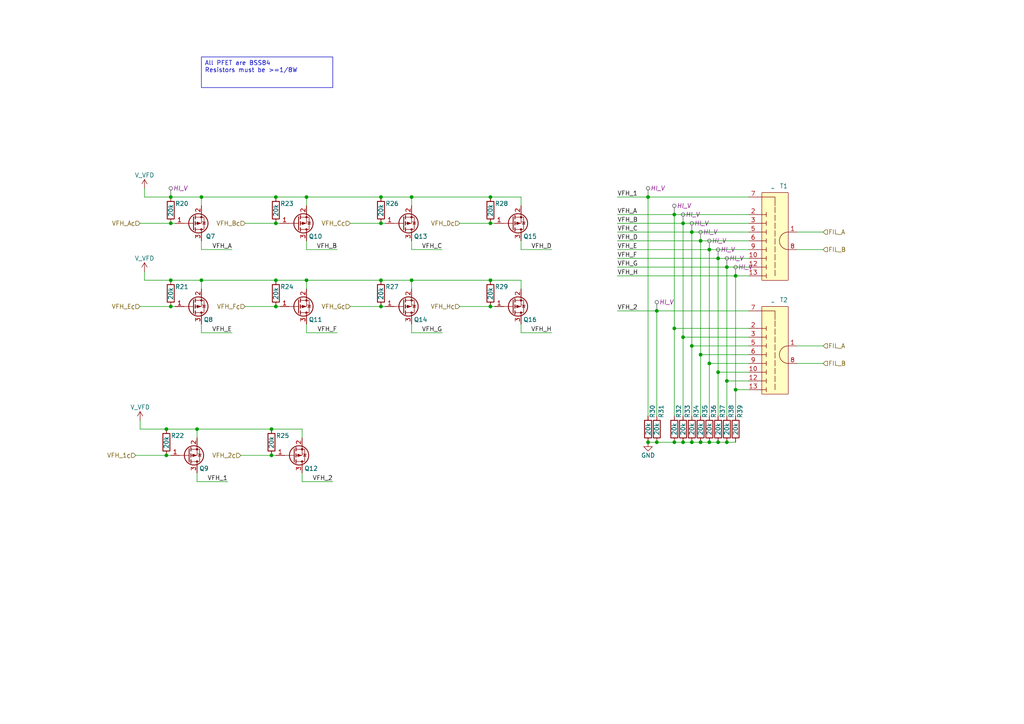
<source format=kicad_sch>
(kicad_sch (version 20231120) (generator "eeschema") (generator_version "8.0")
  (paper "A4")
  (title_block (title "IV-8 2x Driver, VFD") (date "2024-09-25") (rev "A") (comment 1 "Jamal Bouajjaj"))
  (lib_symbols
    (symbol "Device:R" (pin_numbers hide) (pin_names (offset 0))
      (property "Reference" "R" (at 2.032 0 90))
      (property "Value" "R" (at 0 0 90))
      (symbol "R_0_1"
        (rectangle (start -1.016 -2.54) (end 1.016 2.54) (stroke (width 0.254)))
      )
      (symbol "R_1_1"
        (pin passive line (at 0 3.81 270) (length 1.27) (name "~") (number "1"))
        (pin passive line (at 0 -3.81 90) (length 1.27) (name "~") (number "2"))
      )
    )
    (symbol "ProjectSym:IV-8"
      (property "Reference" "T?" (at 3.556 15.24 0))
      (symbol "IV-8_1_1"
        (rectangle (start -3.81 13.97) (end 3.81 -11.43) (fill (type background)))
        (polyline (pts (xy -5.08 -10.16) (xy -2.54 -10.16)))
        (polyline (pts (xy -5.08 -7.62) (xy -2.54 -7.62)))
        (polyline (pts (xy -5.08 -5.08) (xy -2.54 -5.08)))
        (polyline (pts (xy -5.08 -2.54) (xy -2.54 -2.54)))
        (polyline (pts (xy -5.08 0) (xy -2.54 0)))
        (polyline (pts (xy -5.08 2.54) (xy -2.54 2.54)))
        (polyline (pts (xy -5.08 5.08) (xy -2.54 5.08)))
        (polyline (pts (xy -5.08 7.62) (xy -5.08 7.62)))
        (polyline (pts (xy -5.08 7.62) (xy -2.54 7.62)))
        (polyline (pts (xy -2.54 -10.16) (xy -2.54 -10.16)))
        (polyline (pts (xy -2.54 -9.525) (xy -2.54 -10.795)))
        (polyline (pts (xy -2.54 -7.62) (xy -2.54 -7.62)))
        (polyline (pts (xy -2.54 -6.985) (xy -2.54 -8.255)))
        (polyline (pts (xy -2.54 -5.08) (xy -2.54 -5.08)))
        (polyline (pts (xy -2.54 -4.445) (xy -2.54 -5.715)))
        (polyline (pts (xy -2.54 -2.54) (xy -2.54 -2.54)))
        (polyline (pts (xy -2.54 -1.905) (xy -2.54 -3.175)))
        (polyline (pts (xy -2.54 0) (xy -2.54 0)))
        (polyline (pts (xy -2.54 0.635) (xy -2.54 -0.635)))
        (polyline (pts (xy -2.54 2.54) (xy -2.54 2.54)))
        (polyline (pts (xy -2.54 3.175) (xy -2.54 1.905)))
        (polyline (pts (xy -2.54 5.08) (xy -2.54 5.08)))
        (polyline (pts (xy -2.54 5.715) (xy -2.54 4.445)))
        (polyline (pts (xy -2.54 7.62) (xy -2.54 7.62)))
        (polyline (pts (xy -2.54 8.255) (xy -2.54 6.985)))
        (polyline (pts (xy 0 -10.16) (xy 0 10.16)) (stroke (width 0) (type dash)))
        (polyline (pts (xy -5.08 12.7) (xy 0 12.7) (xy 0 10.16)))
        (arc (start 3.81 2.54) (mid 1.27 0) (end 3.81 -2.54))
        (pin input line (at 6.35 2.54 180) (length 2.54) (name "") (number "1"))
        (pin input line (at -7.62 -5.08 0) (length 2.54) (name "") (number "10"))
        (pin input line (at -7.62 -7.62 0) (length 2.54) (name "") (number "12"))
        (pin input line (at -7.62 -10.16 0) (length 2.54) (name "") (number "13"))
        (pin input line (at -7.62 7.62 0) (length 2.54) (name "") (number "2"))
        (pin input line (at -7.62 5.08 0) (length 2.54) (name "") (number "3"))
        (pin input line (at -7.62 2.54 0) (length 2.54) (name "") (number "5"))
        (pin input line (at -7.62 0 0) (length 2.54) (name "") (number "6"))
        (pin input line (at -7.62 12.7 0) (length 2.54) (name "") (number "7"))
        (pin input line (at 6.35 -2.54 180) (length 2.54) (name "") (number "8"))
        (pin input line (at -7.62 -2.54 0) (length 2.54) (name "") (number "9"))
      )
    )
    (symbol "Transistor_FET:BSS84" (pin_names hide)
      (property "Reference" "Q" (at 5.08 1.905 0))
      (property "Value" "BSS84" (at 5.08 0 0))
      (symbol "BSS84_0_1"
        (polyline (pts (xy 0.254 0) (xy -2.54 0)))
        (polyline (pts (xy 0.254 1.905) (xy 0.254 -1.905)) (stroke (width 0.254)))
        (polyline (pts (xy 0.762 -1.27) (xy 0.762 -2.286)) (stroke (width 0.254)))
        (polyline (pts (xy 0.762 0.508) (xy 0.762 -0.508)) (stroke (width 0.254)))
        (polyline (pts (xy 0.762 2.286) (xy 0.762 1.27)) (stroke (width 0.254)))
        (polyline (pts (xy 2.54 2.54) (xy 2.54 1.778)))
        (polyline (pts (xy 2.54 -2.54) (xy 2.54 0) (xy 0.762 0)))
        (polyline (pts (xy 0.762 1.778) (xy 3.302 1.778) (xy 3.302 -1.778) (xy 0.762 -1.778)))
        (polyline (pts (xy 2.286 0) (xy 1.27 0.381) (xy 1.27 -0.381) (xy 2.286 0)) (fill (type outline)))
        (polyline (pts (xy 2.794 -0.508) (xy 2.921 -0.381) (xy 3.683 -0.381) (xy 3.81 -0.254)))
        (polyline (pts (xy 3.302 -0.381) (xy 2.921 0.254) (xy 3.683 0.254) (xy 3.302 -0.381)))
        (circle (center 1.651 0) (radius 2.794) (stroke (width 0.254)))
        (circle (center 2.54 -1.778) (radius 0.254) (fill (type outline)))
        (circle (center 2.54 1.778) (radius 0.254) (fill (type outline)))
      )
      (symbol "BSS84_1_1"
        (pin input line (at -5.08 0 0) (length 2.54) (name "G") (number "1"))
        (pin passive line (at 2.54 -5.08 90) (length 2.54) (name "S") (number "2"))
        (pin passive line (at 2.54 5.08 270) (length 2.54) (name "D") (number "3"))
      )
    )
    (symbol "power:GND" (power) (pin_numbers hide) (pin_names (offset 0) hide)
      (property "Value" "GND" (at 0 -3.81 0))
      (symbol "GND_0_1"
        (polyline (pts (xy 0 0) (xy 0 -1.27) (xy 1.27 -1.27) (xy 0 -2.54) (xy -1.27 -1.27) (xy 0 -1.27)))
      )
      (symbol "GND_1_1"
        (pin power_in line (at 0 0 270) (length 0) (name "~") (number "1"))
      )
    )
    (symbol "power:VPP" (power) (pin_numbers hide) (pin_names (offset 0) hide)
      (property "Value" "VPP" (at 0 3.556 0))
      (symbol "VPP_0_1"
        (polyline (pts (xy -0.762 1.27) (xy 0 2.54)))
        (polyline (pts (xy 0 0) (xy 0 2.54)))
        (polyline (pts (xy 0 2.54) (xy 0.762 1.27)))
      )
      (symbol "VPP_1_1"
        (pin power_in line (at 0 0 90) (length 0) (name "~") (number "1"))
      )
    )
  )
  (junction (at 210.82 77.47))
  (junction (at 190.5 90.17))
  (junction (at 208.28 74.93))
  (junction (at 208.28 128.27))
  (junction (at 49.53 57.15))
  (junction (at 110.49 81.28))
  (junction (at 57.15 124.46))
  (junction (at 195.58 95.25))
  (junction (at 80.01 57.15))
  (junction (at 142.24 57.15))
  (junction (at 205.74 128.27))
  (junction (at 110.49 88.9))
  (junction (at 187.96 128.27))
  (junction (at 48.26 132.08))
  (junction (at 200.66 100.33))
  (junction (at 49.53 64.77))
  (junction (at 198.12 128.27))
  (junction (at 190.5 128.27))
  (junction (at 110.49 57.15))
  (junction (at 203.2 128.27))
  (junction (at 48.26 124.46))
  (junction (at 213.36 80.01))
  (junction (at 210.82 110.49))
  (junction (at 142.24 88.9))
  (junction (at 187.96 57.15))
  (junction (at 49.53 88.9))
  (junction (at 80.01 81.28))
  (junction (at 195.58 128.27))
  (junction (at 119.38 81.28))
  (junction (at 88.9 57.15))
  (junction (at 58.42 57.15))
  (junction (at 142.24 64.77))
  (junction (at 88.9 81.28))
  (junction (at 80.01 64.77))
  (junction (at 142.24 81.28))
  (junction (at 203.2 102.87))
  (junction (at 200.66 67.31))
  (junction (at 200.66 128.27))
  (junction (at 213.36 113.03))
  (junction (at 198.12 64.77))
  (junction (at 195.58 62.23))
  (junction (at 78.74 132.08))
  (junction (at 80.01 88.9))
  (junction (at 205.74 72.39))
  (junction (at 210.82 128.27))
  (junction (at 78.74 124.46))
  (junction (at 198.12 97.79))
  (junction (at 58.42 81.28))
  (junction (at 208.28 107.95))
  (junction (at 205.74 105.41))
  (junction (at 203.2 69.85))
  (junction (at 119.38 57.15))
  (junction (at 49.53 81.28))
  (junction (at 110.49 64.77))
  (wire (pts (xy 179.07 77.47) (xy 210.82 77.47)))
  (wire (pts (xy 205.74 105.41) (xy 205.74 120.65)))
  (wire (pts (xy 41.91 54.61) (xy 41.91 57.15)))
  (wire (pts (xy 142.24 88.9) (xy 143.51 88.9)))
  (wire (pts (xy 58.42 57.15) (xy 80.01 57.15)))
  (wire (pts (xy 213.36 113.03) (xy 217.17 113.03)))
  (wire (pts (xy 96.52 139.7) (xy 87.63 139.7)))
  (wire (pts (xy 88.9 81.28) (xy 110.49 81.28)))
  (wire (pts (xy 49.53 57.15) (xy 58.42 57.15)))
  (wire (pts (xy 151.13 96.52) (xy 151.13 93.98)))
  (wire (pts (xy 128.27 72.39) (xy 119.38 72.39)))
  (wire (pts (xy 48.26 124.46) (xy 57.15 124.46)))
  (wire (pts (xy 71.12 88.9) (xy 80.01 88.9)))
  (wire (pts (xy 80.01 57.15) (xy 88.9 57.15)))
  (wire (pts (xy 58.42 96.52) (xy 58.42 93.98)))
  (wire (pts (xy 179.07 67.31) (xy 200.66 67.31)))
  (wire (pts (xy 151.13 57.15) (xy 151.13 59.69)))
  (wire (pts (xy 198.12 97.79) (xy 198.12 120.65)))
  (wire (pts (xy 58.42 81.28) (xy 58.42 83.82)))
  (wire (pts (xy 213.36 80.01) (xy 213.36 113.03)))
  (wire (pts (xy 210.82 77.47) (xy 217.17 77.47)))
  (wire (pts (xy 203.2 128.27) (xy 205.74 128.27)))
  (wire (pts (xy 119.38 81.28) (xy 142.24 81.28)))
  (wire (pts (xy 187.96 57.15) (xy 187.96 120.65)))
  (wire (pts (xy 41.91 57.15) (xy 49.53 57.15)))
  (wire (pts (xy 231.14 72.39) (xy 238.76 72.39)))
  (wire (pts (xy 200.66 67.31) (xy 200.66 100.33)))
  (wire (pts (xy 110.49 57.15) (xy 119.38 57.15)))
  (wire (pts (xy 80.01 81.28) (xy 88.9 81.28)))
  (wire (pts (xy 179.07 62.23) (xy 195.58 62.23)))
  (wire (pts (xy 213.36 113.03) (xy 213.36 120.65)))
  (wire (pts (xy 58.42 57.15) (xy 58.42 59.69)))
  (wire (pts (xy 119.38 57.15) (xy 142.24 57.15)))
  (wire (pts (xy 142.24 64.77) (xy 143.51 64.77)))
  (wire (pts (xy 213.36 80.01) (xy 217.17 80.01)))
  (wire (pts (xy 49.53 88.9) (xy 50.8 88.9)))
  (wire (pts (xy 101.6 88.9) (xy 110.49 88.9)))
  (wire (pts (xy 208.28 107.95) (xy 217.17 107.95)))
  (wire (pts (xy 195.58 62.23) (xy 217.17 62.23)))
  (wire (pts (xy 49.53 132.08) (xy 48.26 132.08)))
  (wire (pts (xy 41.91 78.74) (xy 41.91 81.28)))
  (wire (pts (xy 198.12 97.79) (xy 217.17 97.79)))
  (wire (pts (xy 48.26 132.08) (xy 39.37 132.08)))
  (wire (pts (xy 110.49 64.77) (xy 111.76 64.77)))
  (wire (pts (xy 195.58 128.27) (xy 198.12 128.27)))
  (wire (pts (xy 78.74 124.46) (xy 87.63 124.46)))
  (wire (pts (xy 87.63 124.46) (xy 87.63 127)))
  (wire (pts (xy 87.63 139.7) (xy 87.63 137.16)))
  (wire (pts (xy 88.9 72.39) (xy 88.9 69.85)))
  (wire (pts (xy 190.5 90.17) (xy 190.5 120.65)))
  (wire (pts (xy 66.04 139.7) (xy 57.15 139.7)))
  (wire (pts (xy 200.66 67.31) (xy 217.17 67.31)))
  (wire (pts (xy 198.12 64.77) (xy 198.12 97.79)))
  (wire (pts (xy 231.14 67.31) (xy 238.76 67.31)))
  (wire (pts (xy 210.82 110.49) (xy 210.82 120.65)))
  (wire (pts (xy 205.74 72.39) (xy 217.17 72.39)))
  (wire (pts (xy 119.38 57.15) (xy 119.38 59.69)))
  (wire (pts (xy 119.38 72.39) (xy 119.38 69.85)))
  (wire (pts (xy 198.12 64.77) (xy 217.17 64.77)))
  (wire (pts (xy 208.28 74.93) (xy 208.28 107.95)))
  (wire (pts (xy 210.82 77.47) (xy 210.82 110.49)))
  (wire (pts (xy 179.07 57.15) (xy 187.96 57.15)))
  (wire (pts (xy 179.07 90.17) (xy 190.5 90.17)))
  (wire (pts (xy 205.74 72.39) (xy 205.74 105.41)))
  (wire (pts (xy 101.6 64.77) (xy 110.49 64.77)))
  (wire (pts (xy 80.01 64.77) (xy 81.28 64.77)))
  (wire (pts (xy 40.64 124.46) (xy 48.26 124.46)))
  (wire (pts (xy 40.64 121.92) (xy 40.64 124.46)))
  (wire (pts (xy 142.24 57.15) (xy 151.13 57.15)))
  (wire (pts (xy 133.35 88.9) (xy 142.24 88.9)))
  (wire (pts (xy 208.28 107.95) (xy 208.28 120.65)))
  (wire (pts (xy 195.58 95.25) (xy 217.17 95.25)))
  (wire (pts (xy 57.15 139.7) (xy 57.15 137.16)))
  (wire (pts (xy 40.64 88.9) (xy 49.53 88.9)))
  (wire (pts (xy 142.24 81.28) (xy 151.13 81.28)))
  (wire (pts (xy 67.31 96.52) (xy 58.42 96.52)))
  (wire (pts (xy 151.13 81.28) (xy 151.13 83.82)))
  (wire (pts (xy 110.49 81.28) (xy 119.38 81.28)))
  (wire (pts (xy 210.82 128.27) (xy 213.36 128.27)))
  (wire (pts (xy 231.14 100.33) (xy 238.76 100.33)))
  (wire (pts (xy 80.01 88.9) (xy 81.28 88.9)))
  (wire (pts (xy 200.66 100.33) (xy 200.66 120.65)))
  (wire (pts (xy 203.2 69.85) (xy 203.2 102.87)))
  (wire (pts (xy 71.12 64.77) (xy 80.01 64.77)))
  (wire (pts (xy 88.9 57.15) (xy 110.49 57.15)))
  (wire (pts (xy 110.49 88.9) (xy 111.76 88.9)))
  (wire (pts (xy 203.2 102.87) (xy 203.2 120.65)))
  (wire (pts (xy 49.53 64.77) (xy 50.8 64.77)))
  (wire (pts (xy 88.9 96.52) (xy 88.9 93.98)))
  (wire (pts (xy 179.07 72.39) (xy 205.74 72.39)))
  (wire (pts (xy 200.66 100.33) (xy 217.17 100.33)))
  (wire (pts (xy 203.2 102.87) (xy 217.17 102.87)))
  (wire (pts (xy 119.38 81.28) (xy 119.38 83.82)))
  (wire (pts (xy 58.42 72.39) (xy 58.42 69.85)))
  (wire (pts (xy 208.28 128.27) (xy 210.82 128.27)))
  (wire (pts (xy 208.28 74.93) (xy 217.17 74.93)))
  (wire (pts (xy 198.12 128.27) (xy 200.66 128.27)))
  (wire (pts (xy 40.64 64.77) (xy 49.53 64.77)))
  (wire (pts (xy 187.96 128.27) (xy 190.5 128.27)))
  (wire (pts (xy 203.2 69.85) (xy 217.17 69.85)))
  (wire (pts (xy 205.74 128.27) (xy 208.28 128.27)))
  (wire (pts (xy 179.07 80.01) (xy 213.36 80.01)))
  (wire (pts (xy 97.79 72.39) (xy 88.9 72.39)))
  (wire (pts (xy 210.82 110.49) (xy 217.17 110.49)))
  (wire (pts (xy 200.66 128.27) (xy 203.2 128.27)))
  (wire (pts (xy 195.58 62.23) (xy 195.58 95.25)))
  (wire (pts (xy 231.14 105.41) (xy 238.76 105.41)))
  (wire (pts (xy 67.31 72.39) (xy 58.42 72.39)))
  (wire (pts (xy 41.91 81.28) (xy 49.53 81.28)))
  (wire (pts (xy 160.02 72.39) (xy 151.13 72.39)))
  (wire (pts (xy 78.74 132.08) (xy 69.85 132.08)))
  (wire (pts (xy 88.9 57.15) (xy 88.9 59.69)))
  (wire (pts (xy 151.13 72.39) (xy 151.13 69.85)))
  (wire (pts (xy 190.5 90.17) (xy 217.17 90.17)))
  (wire (pts (xy 133.35 64.77) (xy 142.24 64.77)))
  (wire (pts (xy 187.96 57.15) (xy 217.17 57.15)))
  (wire (pts (xy 57.15 124.46) (xy 78.74 124.46)))
  (wire (pts (xy 205.74 105.41) (xy 217.17 105.41)))
  (wire (pts (xy 119.38 96.52) (xy 119.38 93.98)))
  (wire (pts (xy 49.53 81.28) (xy 58.42 81.28)))
  (wire (pts (xy 195.58 95.25) (xy 195.58 120.65)))
  (wire (pts (xy 57.15 124.46) (xy 57.15 127)))
  (wire (pts (xy 80.01 132.08) (xy 78.74 132.08)))
  (wire (pts (xy 179.07 74.93) (xy 208.28 74.93)))
  (wire (pts (xy 128.27 96.52) (xy 119.38 96.52)))
  (wire (pts (xy 179.07 64.77) (xy 198.12 64.77)))
  (wire (pts (xy 88.9 81.28) (xy 88.9 83.82)))
  (wire (pts (xy 160.02 96.52) (xy 151.13 96.52)))
  (wire (pts (xy 58.42 81.28) (xy 80.01 81.28)))
  (wire (pts (xy 179.07 69.85) (xy 203.2 69.85)))
  (wire (pts (xy 97.79 96.52) (xy 88.9 96.52)))
  (wire (pts (xy 190.5 128.27) (xy 195.58 128.27)))
  (text_box "All PFET are BSS84\nResistors must be >=1/8W" (at 58.42 16.51 0) (size 38.1 8.89) (effects (font (size 1.27 1.27)) (justify left top)))
  (label "VFH_2" (at 179.07 90.17 0))
  (label "VFH_E" (at 179.07 72.39 0))
  (label "VFH_G" (at 128.27 96.52 180))
  (label "VFH_C" (at 179.07 67.31 0))
  (label "VFH_A" (at 179.07 62.23 0))
  (label "VFH_1" (at 66.04 139.7 180))
  (label "VFH_D" (at 160.02 72.39 180))
  (label "VFH_B" (at 179.07 64.77 0))
  (label "VFH_G" (at 179.07 77.47 0))
  (label "VFH_B" (at 97.79 72.39 180))
  (label "VFH_F" (at 97.79 96.52 180))
  (label "VFH_A" (at 67.31 72.39 180))
  (label "VFH_F" (at 179.07 74.93 0))
  (label "VFH_2" (at 96.52 139.7 180))
  (label "VFH_E" (at 67.31 96.52 180))
  (label "VFH_D" (at 179.07 69.85 0))
  (label "VFH_1" (at 179.07 57.15 0))
  (label "VFH_C" (at 128.27 72.39 180))
  (label "VFH_H" (at 160.02 96.52 180))
  (label "VFH_H" (at 179.07 80.01 0))
  (hierarchical_label "VFH_2_{C}" (shape input) (at 69.85 132.08 180))
  (hierarchical_label "VFH_G_{C}" (shape input) (at 101.6 88.9 180))
  (hierarchical_label "VFH_1_{C}" (shape input) (at 39.37 132.08 180))
  (hierarchical_label "VFH_B_{C}" (shape input) (at 71.12 64.77 180))
  (hierarchical_label "FIL_A" (shape input) (at 238.76 67.31 0))
  (hierarchical_label "VFH_C_{C}" (shape input) (at 101.6 64.77 180))
  (hierarchical_label "VFH_F_{C}" (shape input) (at 71.12 88.9 180))
  (hierarchical_label "VFH_D_{C}" (shape input) (at 133.35 64.77 180))
  (hierarchical_label "FIL_B" (shape input) (at 238.76 105.41 0))
  (hierarchical_label "VFH_H_{C}" (shape input) (at 133.35 88.9 180))
  (hierarchical_label "VFH_A_{C}" (shape input) (at 40.64 64.77 180))
  (hierarchical_label "FIL_B" (shape input) (at 238.76 72.39 0))
  (hierarchical_label "VFH_E_{C}" (shape input) (at 40.64 88.9 180))
  (hierarchical_label "FIL_A" (shape input) (at 238.76 100.33 0))
  (netclass_flag "" (length 2.54) (shape round) (at 210.82 77.47 0) (property "Netclass" "HI_V" (at 211.5185 74.93 0) (effects (font (italic yes)) (justify left))))
  (netclass_flag "" (length 2.54) (shape round) (at 198.12 64.77 0) (property "Netclass" "HI_V" (at 198.8185 62.23 0) (effects (font (italic yes)) (justify left))))
  (netclass_flag "" (length 2.54) (shape round) (at 203.2 69.85 0) (property "Netclass" "HI_V" (at 203.8985 67.31 0) (effects (font (italic yes)) (justify left))))
  (netclass_flag "" (length 2.54) (shape round) (at 195.58 62.23 0) (property "Netclass" "HI_V" (at 196.2785 59.69 0) (effects (font (italic yes)) (justify left))))
  (netclass_flag "" (length 2.54) (shape round) (at 200.66 67.31 0) (property "Netclass" "HI_V" (at 201.3585 64.77 0) (effects (font (italic yes)) (justify left))))
  (netclass_flag "" (length 2.54) (shape round) (at 205.74 72.39 0) (property "Netclass" "HI_V" (at 206.4385 69.85 0) (effects (font (italic yes)) (justify left))))
  (netclass_flag "" (length 2.54) (shape round) (at 213.36 80.01 0) (property "Netclass" "HI_V" (at 214.0585 77.47 0) (effects (font (italic yes)) (justify left))))
  (netclass_flag "" (length 2.54) (shape round) (at 190.5 90.17 0) (property "Netclass" "HI_V" (at 191.1985 87.63 0) (effects (font (italic yes)) (justify left))))
  (netclass_flag "" (length 2.54) (shape round) (at 208.28 74.93 0) (property "Netclass" "HI_V" (at 208.9785 72.39 0) (effects (font (italic yes)) (justify left))))
  (netclass_flag "" (length 2.54) (shape round) (at 49.53 57.15 0) (property "Netclass" "HI_V" (at 50.2285 54.61 0) (effects (font (italic yes)) (justify left))))
  (netclass_flag "" (length 2.54) (shape round) (at 187.96 57.15 0) (property "Netclass" "HI_V" (at 188.6585 54.61 0) (effects (font (italic yes)) (justify left))))
  (symbol (lib_id "Device:R") (at 190.5 124.46 180) (unit 1)
    (property "Reference" "R31" (at 191.77 121.285 90) (effects (justify right)))
    (property "Value" "20k" (at 190.5 124.46 90))
    (property "Footprint" "Resistor_SMD:R_0805_2012Metric" (effects (hide yes)))
    (property "Description" "Resistor" (effects (hide yes)))
  )
  (symbol (lib_id "power:VPP") (at 41.91 54.61 0) (unit 1)
    (property "Reference" "#PWR032" (effects (hide yes)))
    (property "Value" "V_VFD" (at 41.91 50.8 0))
    (property "Description" "Power symbol creates a global label with name \"VPP\"" (effects (hide yes)))
  )
  (symbol (lib_id "Transistor_FET:BSS84") (at 148.59 88.9 0) (mirror x) (unit 1)
    (property "Reference" "Q16" (at 151.765 92.71 0) (effects (justify left)))
    (property "Value" "BSS84" (effects (hide yes)))
    (property "Footprint" "Package_TO_SOT_SMD:SOT-23" (effects (hide yes)))
    (property "Datasheet" "http://assets.nexperia.com/documents/data-sheet/BSS84.pdf" (effects (hide yes)))
    (property "Description" "-0.13A Id, -50V Vds, P-Channel MOSFET, SOT-23" (effects (hide yes)))
  )
  (symbol (lib_id "Transistor_FET:BSS84") (at 148.59 64.77 0) (mirror x) (unit 1)
    (property "Reference" "Q15" (at 151.765 68.58 0) (effects (justify left)))
    (property "Value" "BSS84" (effects (hide yes)))
    (property "Footprint" "Package_TO_SOT_SMD:SOT-23" (effects (hide yes)))
    (property "Datasheet" "http://assets.nexperia.com/documents/data-sheet/BSS84.pdf" (effects (hide yes)))
    (property "Description" "-0.13A Id, -50V Vds, P-Channel MOSFET, SOT-23" (effects (hide yes)))
  )
  (symbol (lib_id "power:GND") (at 187.96 128.27 0) (unit 1)
    (property "Reference" "#PWR035" (effects (hide yes)))
    (property "Value" "GND" (at 187.96 132.08 0))
    (property "Description" "Power symbol creates a global label with name \"GND\" , ground" (effects (hide yes)))
  )
  (symbol (lib_id "Transistor_FET:BSS84") (at 54.61 132.08 0) (mirror x) (unit 1)
    (property "Reference" "Q9" (at 57.785 135.89 0) (effects (justify left)))
    (property "Value" "BSS84" (effects (hide yes)))
    (property "Footprint" "Package_TO_SOT_SMD:SOT-23" (effects (hide yes)))
    (property "Datasheet" "http://assets.nexperia.com/documents/data-sheet/BSS84.pdf" (effects (hide yes)))
    (property "Description" "-0.13A Id, -50V Vds, P-Channel MOSFET, SOT-23" (effects (hide yes)))
  )
  (symbol (lib_id "Device:R") (at 80.01 85.09 180) (unit 1)
    (property "Reference" "R24" (at 81.28 83.185 0) (effects (justify right)))
    (property "Value" "20k" (at 80.01 86.995 90) (effects (justify right)))
    (property "Footprint" "Resistor_SMD:R_0805_2012Metric" (effects (hide yes)))
    (property "Description" "Resistor" (effects (hide yes)))
  )
  (symbol (lib_id "Transistor_FET:BSS84") (at 116.84 64.77 0) (mirror x) (unit 1)
    (property "Reference" "Q13" (at 120.015 68.58 0) (effects (justify left)))
    (property "Value" "BSS84" (effects (hide yes)))
    (property "Footprint" "Package_TO_SOT_SMD:SOT-23" (effects (hide yes)))
    (property "Datasheet" "http://assets.nexperia.com/documents/data-sheet/BSS84.pdf" (effects (hide yes)))
    (property "Description" "-0.13A Id, -50V Vds, P-Channel MOSFET, SOT-23" (effects (hide yes)))
  )
  (symbol (lib_id "Device:R") (at 142.24 60.96 180) (unit 1)
    (property "Reference" "R28" (at 143.51 59.055 0) (effects (justify right)))
    (property "Value" "20k" (at 142.24 62.865 90) (effects (justify right)))
    (property "Footprint" "Resistor_SMD:R_0805_2012Metric" (effects (hide yes)))
    (property "Description" "Resistor" (effects (hide yes)))
  )
  (symbol (lib_id "Device:R") (at 198.12 124.46 180) (unit 1)
    (property "Reference" "R33" (at 199.39 121.285 90) (effects (justify right)))
    (property "Value" "20k" (at 198.12 124.46 90))
    (property "Footprint" "Resistor_SMD:R_0805_2012Metric" (effects (hide yes)))
    (property "Description" "Resistor" (effects (hide yes)))
  )
  (symbol (lib_id "Device:R") (at 110.49 60.96 180) (unit 1)
    (property "Reference" "R26" (at 111.76 59.055 0) (effects (justify right)))
    (property "Value" "20k" (at 110.49 62.865 90) (effects (justify right)))
    (property "Footprint" "Resistor_SMD:R_0805_2012Metric" (effects (hide yes)))
    (property "Description" "Resistor" (effects (hide yes)))
  )
  (symbol (lib_id "power:VPP") (at 41.91 78.74 0) (unit 1)
    (property "Reference" "#PWR033" (effects (hide yes)))
    (property "Value" "V_VFD" (at 41.91 74.93 0))
    (property "Description" "Power symbol creates a global label with name \"VPP\"" (effects (hide yes)))
  )
  (symbol (lib_id "Device:R") (at 195.58 124.46 180) (unit 1)
    (property "Reference" "R32" (at 196.85 121.285 90) (effects (justify right)))
    (property "Value" "20k" (at 195.58 124.46 90))
    (property "Footprint" "Resistor_SMD:R_0805_2012Metric" (effects (hide yes)))
    (property "Description" "Resistor" (effects (hide yes)))
  )
  (symbol (lib_id "Transistor_FET:BSS84") (at 86.36 88.9 0) (mirror x) (unit 1)
    (property "Reference" "Q11" (at 89.535 92.71 0) (effects (justify left)))
    (property "Value" "BSS84" (effects (hide yes)))
    (property "Footprint" "Package_TO_SOT_SMD:SOT-23" (effects (hide yes)))
    (property "Datasheet" "http://assets.nexperia.com/documents/data-sheet/BSS84.pdf" (effects (hide yes)))
    (property "Description" "-0.13A Id, -50V Vds, P-Channel MOSFET, SOT-23" (effects (hide yes)))
  )
  (symbol (lib_id "Transistor_FET:BSS84") (at 55.88 64.77 0) (mirror x) (unit 1)
    (property "Reference" "Q7" (at 59.69 68.58 0) (effects (justify left)))
    (property "Value" "BSS84" (effects (hide yes)))
    (property "Footprint" "Package_TO_SOT_SMD:SOT-23" (effects (hide yes)))
    (property "Datasheet" "http://assets.nexperia.com/documents/data-sheet/BSS84.pdf" (effects (hide yes)))
    (property "Description" "-0.13A Id, -50V Vds, P-Channel MOSFET, SOT-23" (effects (hide yes)))
  )
  (symbol (lib_id "Device:R") (at 78.74 128.27 180) (unit 1)
    (property "Reference" "R25" (at 80.01 126.365 0) (effects (justify right)))
    (property "Value" "20k" (at 78.74 130.175 90) (effects (justify right)))
    (property "Footprint" "Resistor_SMD:R_0805_2012Metric" (effects (hide yes)))
    (property "Description" "Resistor" (effects (hide yes)))
  )
  (symbol (lib_id "Device:R") (at 80.01 60.96 180) (unit 1)
    (property "Reference" "R23" (at 81.28 59.055 0) (effects (justify right)))
    (property "Value" "20k" (at 80.01 62.865 90) (effects (justify right)))
    (property "Footprint" "Resistor_SMD:R_0805_2012Metric" (effects (hide yes)))
    (property "Description" "Resistor" (effects (hide yes)))
  )
  (symbol (lib_id "Device:R") (at 205.74 124.46 180) (unit 1)
    (property "Reference" "R36" (at 207.01 121.285 90) (effects (justify right)))
    (property "Value" "20k" (at 205.74 124.46 90))
    (property "Footprint" "Resistor_SMD:R_0805_2012Metric" (effects (hide yes)))
    (property "Description" "Resistor" (effects (hide yes)))
  )
  (symbol (lib_id "Device:R") (at 110.49 85.09 180) (unit 1)
    (property "Reference" "R27" (at 111.76 83.185 0) (effects (justify right)))
    (property "Value" "20k" (at 110.49 86.995 90) (effects (justify right)))
    (property "Footprint" "Resistor_SMD:R_0805_2012Metric" (effects (hide yes)))
    (property "Description" "Resistor" (effects (hide yes)))
  )
  (symbol (lib_id "Device:R") (at 210.82 124.46 180) (unit 1)
    (property "Reference" "R38" (at 212.09 121.285 90) (effects (justify right)))
    (property "Value" "20k" (at 210.82 124.46 90))
    (property "Footprint" "Resistor_SMD:R_0805_2012Metric" (effects (hide yes)))
    (property "Description" "Resistor" (effects (hide yes)))
  )
  (symbol (lib_id "Device:R") (at 49.53 85.09 180) (unit 1)
    (property "Reference" "R21" (at 50.8 83.185 0) (effects (justify right)))
    (property "Value" "20k" (at 49.53 86.995 90) (effects (justify right)))
    (property "Footprint" "Resistor_SMD:R_0805_2012Metric" (effects (hide yes)))
    (property "Description" "Resistor" (effects (hide yes)))
  )
  (symbol (lib_id "Transistor_FET:BSS84") (at 116.84 88.9 0) (mirror x) (unit 1)
    (property "Reference" "Q14" (at 120.015 92.71 0) (effects (justify left)))
    (property "Value" "BSS84" (effects (hide yes)))
    (property "Footprint" "Package_TO_SOT_SMD:SOT-23" (effects (hide yes)))
    (property "Datasheet" "http://assets.nexperia.com/documents/data-sheet/BSS84.pdf" (effects (hide yes)))
    (property "Description" "-0.13A Id, -50V Vds, P-Channel MOSFET, SOT-23" (effects (hide yes)))
  )
  (symbol (lib_id "Device:R") (at 208.28 124.46 180) (unit 1)
    (property "Reference" "R37" (at 209.55 121.285 90) (effects (justify right)))
    (property "Value" "20k" (at 208.28 124.46 90))
    (property "Footprint" "Resistor_SMD:R_0805_2012Metric" (effects (hide yes)))
    (property "Description" "Resistor" (effects (hide yes)))
  )
  (symbol (lib_id "Device:R") (at 48.26 128.27 180) (unit 1)
    (property "Reference" "R22" (at 49.53 126.365 0) (effects (justify right)))
    (property "Value" "20k" (at 48.26 130.175 90) (effects (justify right)))
    (property "Footprint" "Resistor_SMD:R_0805_2012Metric" (effects (hide yes)))
    (property "Description" "Resistor" (effects (hide yes)))
  )
  (symbol (lib_id "Device:R") (at 213.36 124.46 180) (unit 1)
    (property "Reference" "R39" (at 214.63 121.285 90) (effects (justify right)))
    (property "Value" "20k" (at 213.36 124.46 90))
    (property "Footprint" "Resistor_SMD:R_0805_2012Metric" (effects (hide yes)))
    (property "Description" "Resistor" (effects (hide yes)))
  )
  (symbol (lib_id "ProjectSym:IV-8") (at 224.79 102.87 0) (unit 1)
    (property "Reference" "T2" (at 227.33 86.995 0))
    (property "Value" "~" (at 224.155 87.63 0))
    (property "Footprint" "ProjectFoot:IV-8 Adapter" (effects (hide yes)))
  )
  (symbol (lib_id "Device:R") (at 200.66 124.46 180) (unit 1)
    (property "Reference" "R34" (at 201.93 121.285 90) (effects (justify right)))
    (property "Value" "20k" (at 200.66 124.46 90))
    (property "Footprint" "Resistor_SMD:R_0805_2012Metric" (effects (hide yes)))
    (property "Description" "Resistor" (effects (hide yes)))
  )
  (symbol (lib_id "Device:R") (at 187.96 124.46 180) (unit 1)
    (property "Reference" "R30" (at 189.23 121.285 90) (effects (justify right)))
    (property "Value" "20k" (at 187.96 124.46 90))
    (property "Footprint" "Resistor_SMD:R_0805_2012Metric" (effects (hide yes)))
    (property "Description" "Resistor" (effects (hide yes)))
  )
  (symbol (lib_id "Device:R") (at 203.2 124.46 180) (unit 1)
    (property "Reference" "R35" (at 204.47 121.285 90) (effects (justify right)))
    (property "Value" "20k" (at 203.2 124.46 90))
    (property "Footprint" "Resistor_SMD:R_0805_2012Metric" (effects (hide yes)))
    (property "Description" "Resistor" (effects (hide yes)))
  )
  (symbol (lib_id "ProjectSym:IV-8") (at 224.79 69.85 0) (unit 1)
    (property "Reference" "T1" (at 227.33 53.975 0))
    (property "Value" "~" (at 224.155 54.61 0))
    (property "Footprint" "ProjectFoot:IV-8 Adapter" (effects (hide yes)))
  )
  (symbol (lib_id "Device:R") (at 142.24 85.09 180) (unit 1)
    (property "Reference" "R29" (at 143.51 83.185 0) (effects (justify right)))
    (property "Value" "20k" (at 142.24 86.995 90) (effects (justify right)))
    (property "Footprint" "Resistor_SMD:R_0805_2012Metric" (effects (hide yes)))
    (property "Description" "Resistor" (effects (hide yes)))
  )
  (symbol (lib_id "Transistor_FET:BSS84") (at 55.88 88.9 0) (mirror x) (unit 1)
    (property "Reference" "Q8" (at 59.055 92.71 0) (effects (justify left)))
    (property "Value" "BSS84" (effects (hide yes)))
    (property "Footprint" "Package_TO_SOT_SMD:SOT-23" (effects (hide yes)))
    (property "Datasheet" "http://assets.nexperia.com/documents/data-sheet/BSS84.pdf" (effects (hide yes)))
    (property "Description" "-0.13A Id, -50V Vds, P-Channel MOSFET, SOT-23" (effects (hide yes)))
  )
  (symbol (lib_id "power:VPP") (at 40.64 121.92 0) (unit 1)
    (property "Reference" "#PWR034" (effects (hide yes)))
    (property "Value" "V_VFD" (at 40.64 118.11 0))
    (property "Description" "Power symbol creates a global label with name \"VPP\"" (effects (hide yes)))
  )
  (symbol (lib_id "Transistor_FET:BSS84") (at 85.09 132.08 0) (mirror x) (unit 1)
    (property "Reference" "Q12" (at 88.265 135.89 0) (effects (justify left)))
    (property "Value" "BSS84" (effects (hide yes)))
    (property "Footprint" "Package_TO_SOT_SMD:SOT-23" (effects (hide yes)))
    (property "Datasheet" "http://assets.nexperia.com/documents/data-sheet/BSS84.pdf" (effects (hide yes)))
    (property "Description" "-0.13A Id, -50V Vds, P-Channel MOSFET, SOT-23" (effects (hide yes)))
  )
  (symbol (lib_id "Device:R") (at 49.53 60.96 180) (unit 1)
    (property "Reference" "R20" (at 50.8 59.055 0) (effects (justify right)))
    (property "Value" "20k" (at 49.53 62.865 90) (effects (justify right)))
    (property "Footprint" "Resistor_SMD:R_0805_2012Metric" (effects (hide yes)))
    (property "Description" "Resistor" (effects (hide yes)))
  )
  (symbol (lib_id "Transistor_FET:BSS84") (at 86.36 64.77 0) (mirror x) (unit 1)
    (property "Reference" "Q10" (at 89.535 68.58 0) (effects (justify left)))
    (property "Value" "BSS84" (effects (hide yes)))
    (property "Footprint" "Package_TO_SOT_SMD:SOT-23" (effects (hide yes)))
    (property "Datasheet" "http://assets.nexperia.com/documents/data-sheet/BSS84.pdf" (effects (hide yes)))
    (property "Description" "-0.13A Id, -50V Vds, P-Channel MOSFET, SOT-23" (effects (hide yes)))
  )
)
</source>
